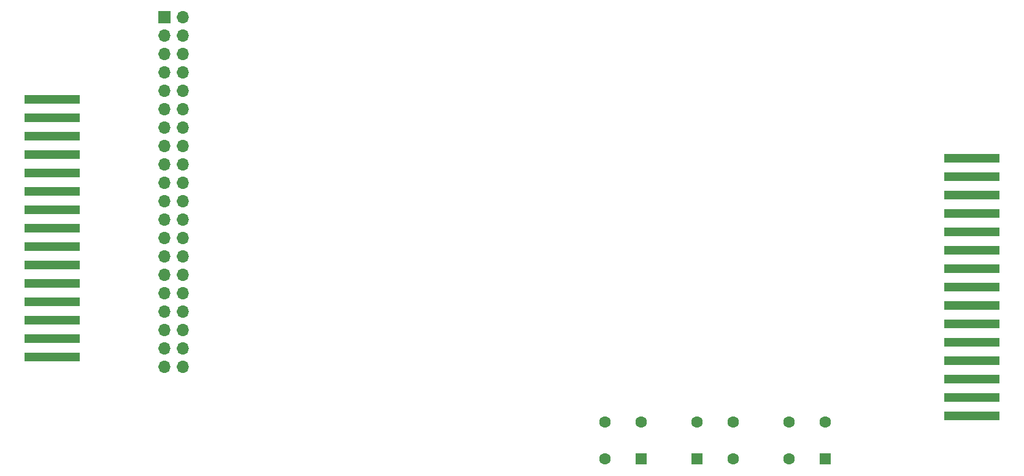
<source format=gbs>
G04 #@! TF.GenerationSoftware,KiCad,Pcbnew,(6.0.0)*
G04 #@! TF.CreationDate,2022-11-09T00:44:27-05:00*
G04 #@! TF.ProjectId,Sorcerer Rom Pack to Ribbon,536f7263-6572-4657-9220-526f6d205061,rev?*
G04 #@! TF.SameCoordinates,Original*
G04 #@! TF.FileFunction,Soldermask,Bot*
G04 #@! TF.FilePolarity,Negative*
%FSLAX46Y46*%
G04 Gerber Fmt 4.6, Leading zero omitted, Abs format (unit mm)*
G04 Created by KiCad (PCBNEW (6.0.0)) date 2022-11-09 00:44:27*
%MOMM*%
%LPD*%
G01*
G04 APERTURE LIST*
%ADD10C,1.600000*%
%ADD11R,7.600000X1.270000*%
%ADD12R,1.600000X1.600000*%
%ADD13R,1.700000X1.700000*%
%ADD14O,1.700000X1.700000*%
G04 APERTURE END LIST*
D10*
X172720000Y-132080000D03*
X167720000Y-132080000D03*
D11*
X192985000Y-95660000D03*
X192985000Y-98200000D03*
X192985000Y-100740000D03*
X192985000Y-103280000D03*
X192985000Y-105820000D03*
X192985000Y-108360000D03*
X192985000Y-110900000D03*
X192985000Y-113440000D03*
X192985000Y-115980000D03*
X192985000Y-118520000D03*
X192985000Y-121060000D03*
X192985000Y-123600000D03*
X192985000Y-126140000D03*
X192985000Y-128680000D03*
X192985000Y-131220000D03*
D10*
X147320000Y-132080000D03*
X142320000Y-132080000D03*
D12*
X155020000Y-137160000D03*
D10*
X160020000Y-137160000D03*
X155020000Y-132080000D03*
X160020000Y-132080000D03*
D13*
X81534000Y-76200000D03*
D14*
X84074000Y-76200000D03*
X81534000Y-78740000D03*
X84074000Y-78740000D03*
X81534000Y-81280000D03*
X84074000Y-81280000D03*
X81534000Y-83820000D03*
X84074000Y-83820000D03*
X81534000Y-86360000D03*
X84074000Y-86360000D03*
X81534000Y-88900000D03*
X84074000Y-88900000D03*
X81534000Y-91440000D03*
X84074000Y-91440000D03*
X81534000Y-93980000D03*
X84074000Y-93980000D03*
X81534000Y-96520000D03*
X84074000Y-96520000D03*
X81534000Y-99060000D03*
X84074000Y-99060000D03*
X81534000Y-101600000D03*
X84074000Y-101600000D03*
X81534000Y-104140000D03*
X84074000Y-104140000D03*
X81534000Y-106680000D03*
X84074000Y-106680000D03*
X81534000Y-109220000D03*
X84074000Y-109220000D03*
X81534000Y-111760000D03*
X84074000Y-111760000D03*
X81534000Y-114300000D03*
X84074000Y-114300000D03*
X81534000Y-116840000D03*
X84074000Y-116840000D03*
X81534000Y-119380000D03*
X84074000Y-119380000D03*
X81534000Y-121920000D03*
X84074000Y-121920000D03*
X81534000Y-124460000D03*
X84074000Y-124460000D03*
D12*
X147320000Y-137160000D03*
D10*
X142320000Y-137160000D03*
D12*
X172720000Y-137160000D03*
D10*
X167720000Y-137160000D03*
D11*
X66015000Y-123075700D03*
X66015000Y-120535700D03*
X66015000Y-117995700D03*
X66015000Y-115455700D03*
X66015000Y-112915700D03*
X66015000Y-110375700D03*
X66015000Y-107835700D03*
X66015000Y-105295700D03*
X66015000Y-102755700D03*
X66015000Y-100215700D03*
X66015000Y-97675700D03*
X66015000Y-95135700D03*
X66015000Y-92595700D03*
X66015000Y-90055700D03*
X66015000Y-87515700D03*
M02*

</source>
